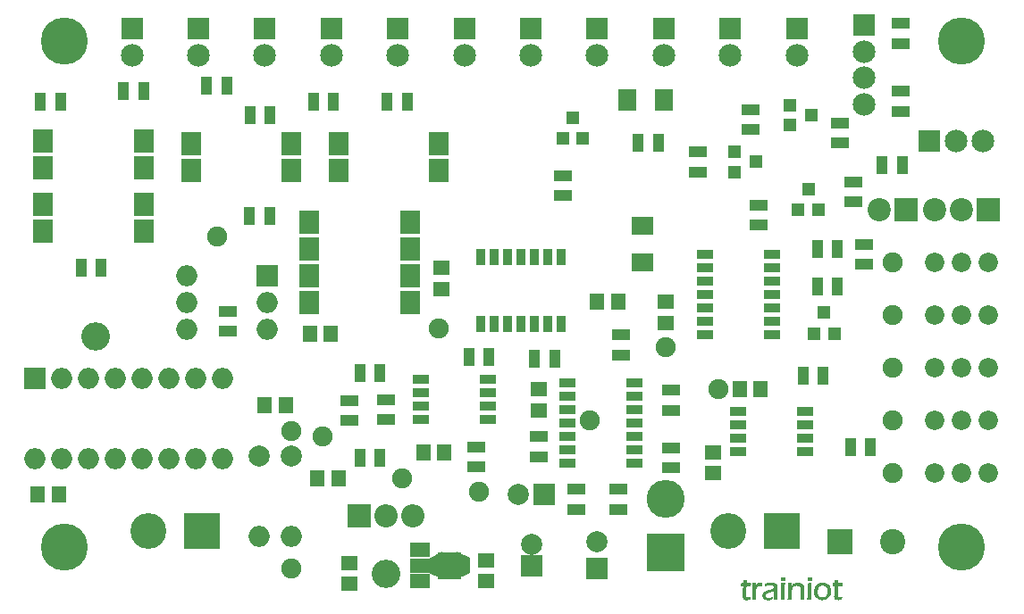
<source format=gts>
G04 #@! TF.FileFunction,Soldermask,Top*
%FSLAX46Y46*%
G04 Gerber Fmt 4.6, Leading zero omitted, Abs format (unit mm)*
G04 Created by KiCad (PCBNEW 4.0.7) date 01/01/18 15:21:48*
%MOMM*%
%LPD*%
G01*
G04 APERTURE LIST*
%ADD10C,0.100000*%
%ADD11C,0.010000*%
%ADD12C,4.464000*%
%ADD13R,1.543000X0.908000*%
%ADD14O,2.700000X2.700000*%
%ADD15C,1.900000*%
%ADD16R,1.400000X1.650000*%
%ADD17R,2.000000X2.000000*%
%ADD18C,2.000000*%
%ADD19R,1.650000X1.400000*%
%ADD20R,2.400000X2.400000*%
%ADD21C,2.400000*%
%ADD22R,2.100000X1.700000*%
%ADD23R,1.700000X2.100000*%
%ADD24R,3.600000X3.600000*%
%ADD25O,3.600000X3.600000*%
%ADD26R,2.200000X2.200000*%
%ADD27C,2.200000*%
%ADD28O,2.000000X2.000000*%
%ADD29R,3.400000X3.400000*%
%ADD30C,3.400000*%
%ADD31R,2.150000X2.150000*%
%ADD32C,2.150000*%
%ADD33R,1.200000X1.300000*%
%ADD34R,1.300000X1.200000*%
%ADD35R,1.100000X1.700000*%
%ADD36R,1.700000X1.100000*%
%ADD37C,1.840000*%
%ADD38O,2.200000X2.200000*%
%ADD39R,0.908000X1.543000*%
%ADD40R,1.900000X2.180000*%
%ADD41R,1.900000X1.400000*%
%ADD42R,2.200000X1.400000*%
%ADD43R,2.240000X2.600000*%
G04 APERTURE END LIST*
D10*
D11*
G36*
X170583536Y-137251229D02*
X170579782Y-137417917D01*
X170788398Y-137417917D01*
X170860068Y-137418070D01*
X170913152Y-137418673D01*
X170950230Y-137419938D01*
X170973881Y-137422080D01*
X170986684Y-137425311D01*
X170991220Y-137429847D01*
X170990590Y-137434657D01*
X170987333Y-137453322D01*
X170985022Y-137485994D01*
X170984166Y-137524615D01*
X170984166Y-137597833D01*
X170573619Y-137597833D01*
X170567207Y-137679854D01*
X170563094Y-137738036D01*
X170558786Y-137808896D01*
X170554404Y-137889404D01*
X170550071Y-137976531D01*
X170545910Y-138067246D01*
X170542042Y-138158521D01*
X170538590Y-138247324D01*
X170535676Y-138330627D01*
X170533423Y-138405399D01*
X170531952Y-138468611D01*
X170531387Y-138517232D01*
X170531849Y-138548233D01*
X170532026Y-138551354D01*
X170536808Y-138595148D01*
X170544277Y-138634528D01*
X170552873Y-138661380D01*
X170553423Y-138662479D01*
X170588195Y-138709811D01*
X170635635Y-138741783D01*
X170696339Y-138758539D01*
X170770903Y-138760224D01*
X170859922Y-138746982D01*
X170881250Y-138742141D01*
X170921957Y-138732612D01*
X170945966Y-138728122D01*
X170957138Y-138728671D01*
X170959333Y-138734263D01*
X170957282Y-138742175D01*
X170952486Y-138762093D01*
X170945790Y-138795828D01*
X170938597Y-138836292D01*
X170938197Y-138838680D01*
X170925373Y-138915458D01*
X170872749Y-138929293D01*
X170835781Y-138936025D01*
X170784291Y-138941487D01*
X170724111Y-138945473D01*
X170661076Y-138947777D01*
X170601018Y-138948194D01*
X170549772Y-138946518D01*
X170513172Y-138942544D01*
X170510744Y-138942055D01*
X170437115Y-138917465D01*
X170374216Y-138878614D01*
X170325115Y-138827982D01*
X170292879Y-138768051D01*
X170291821Y-138765019D01*
X170285315Y-138739980D01*
X170280476Y-138706874D01*
X170277315Y-138664123D01*
X170275842Y-138610149D01*
X170276068Y-138543374D01*
X170278002Y-138462220D01*
X170281654Y-138365108D01*
X170287036Y-138250461D01*
X170294156Y-138116700D01*
X170296250Y-138079375D01*
X170301203Y-137990288D01*
X170305746Y-137905671D01*
X170309734Y-137828414D01*
X170313024Y-137761407D01*
X170315475Y-137707540D01*
X170316942Y-137669705D01*
X170317311Y-137653396D01*
X170317416Y-137597833D01*
X170126916Y-137597833D01*
X170126916Y-137524615D01*
X170127282Y-137477059D01*
X170130896Y-137446258D01*
X170141530Y-137428576D01*
X170162958Y-137420378D01*
X170198953Y-137418028D01*
X170237643Y-137417917D01*
X170335522Y-137417916D01*
X170342269Y-137346479D01*
X170346027Y-137295076D01*
X170348510Y-137238933D01*
X170349091Y-137205724D01*
X170349166Y-137136407D01*
X170468229Y-137110474D01*
X170587291Y-137084542D01*
X170583536Y-137251229D01*
X170583536Y-137251229D01*
G37*
X170583536Y-137251229D02*
X170579782Y-137417917D01*
X170788398Y-137417917D01*
X170860068Y-137418070D01*
X170913152Y-137418673D01*
X170950230Y-137419938D01*
X170973881Y-137422080D01*
X170986684Y-137425311D01*
X170991220Y-137429847D01*
X170990590Y-137434657D01*
X170987333Y-137453322D01*
X170985022Y-137485994D01*
X170984166Y-137524615D01*
X170984166Y-137597833D01*
X170573619Y-137597833D01*
X170567207Y-137679854D01*
X170563094Y-137738036D01*
X170558786Y-137808896D01*
X170554404Y-137889404D01*
X170550071Y-137976531D01*
X170545910Y-138067246D01*
X170542042Y-138158521D01*
X170538590Y-138247324D01*
X170535676Y-138330627D01*
X170533423Y-138405399D01*
X170531952Y-138468611D01*
X170531387Y-138517232D01*
X170531849Y-138548233D01*
X170532026Y-138551354D01*
X170536808Y-138595148D01*
X170544277Y-138634528D01*
X170552873Y-138661380D01*
X170553423Y-138662479D01*
X170588195Y-138709811D01*
X170635635Y-138741783D01*
X170696339Y-138758539D01*
X170770903Y-138760224D01*
X170859922Y-138746982D01*
X170881250Y-138742141D01*
X170921957Y-138732612D01*
X170945966Y-138728122D01*
X170957138Y-138728671D01*
X170959333Y-138734263D01*
X170957282Y-138742175D01*
X170952486Y-138762093D01*
X170945790Y-138795828D01*
X170938597Y-138836292D01*
X170938197Y-138838680D01*
X170925373Y-138915458D01*
X170872749Y-138929293D01*
X170835781Y-138936025D01*
X170784291Y-138941487D01*
X170724111Y-138945473D01*
X170661076Y-138947777D01*
X170601018Y-138948194D01*
X170549772Y-138946518D01*
X170513172Y-138942544D01*
X170510744Y-138942055D01*
X170437115Y-138917465D01*
X170374216Y-138878614D01*
X170325115Y-138827982D01*
X170292879Y-138768051D01*
X170291821Y-138765019D01*
X170285315Y-138739980D01*
X170280476Y-138706874D01*
X170277315Y-138664123D01*
X170275842Y-138610149D01*
X170276068Y-138543374D01*
X170278002Y-138462220D01*
X170281654Y-138365108D01*
X170287036Y-138250461D01*
X170294156Y-138116700D01*
X170296250Y-138079375D01*
X170301203Y-137990288D01*
X170305746Y-137905671D01*
X170309734Y-137828414D01*
X170313024Y-137761407D01*
X170315475Y-137707540D01*
X170316942Y-137669705D01*
X170317311Y-137653396D01*
X170317416Y-137597833D01*
X170126916Y-137597833D01*
X170126916Y-137524615D01*
X170127282Y-137477059D01*
X170130896Y-137446258D01*
X170141530Y-137428576D01*
X170162958Y-137420378D01*
X170198953Y-137418028D01*
X170237643Y-137417917D01*
X170335522Y-137417916D01*
X170342269Y-137346479D01*
X170346027Y-137295076D01*
X170348510Y-137238933D01*
X170349091Y-137205724D01*
X170349166Y-137136407D01*
X170468229Y-137110474D01*
X170587291Y-137084542D01*
X170583536Y-137251229D01*
G36*
X172976040Y-137382651D02*
X173067380Y-137388110D01*
X173149537Y-137397888D01*
X173202426Y-137408145D01*
X173275227Y-137431654D01*
X173343640Y-137464755D01*
X173401159Y-137503972D01*
X173426867Y-137528044D01*
X173448152Y-137553375D01*
X173465727Y-137580348D01*
X173479772Y-137610935D01*
X173490462Y-137647108D01*
X173497976Y-137690838D01*
X173502492Y-137744097D01*
X173504185Y-137808858D01*
X173503234Y-137887091D01*
X173499817Y-137980768D01*
X173494110Y-138091862D01*
X173487541Y-138202280D01*
X173482325Y-138292433D01*
X173477059Y-138393975D01*
X173472126Y-138498773D01*
X173467910Y-138598690D01*
X173464803Y-138685271D01*
X173457397Y-138920750D01*
X173326740Y-138920750D01*
X173275155Y-138921291D01*
X173238585Y-138920878D01*
X173214805Y-138916457D01*
X173201590Y-138904973D01*
X173196714Y-138883372D01*
X173197952Y-138848600D01*
X173203078Y-138797603D01*
X173207212Y-138756708D01*
X173210161Y-138721152D01*
X173213651Y-138671517D01*
X173217529Y-138610771D01*
X173221642Y-138541879D01*
X173225835Y-138467807D01*
X173229956Y-138391522D01*
X173233851Y-138315990D01*
X173237366Y-138244177D01*
X173240348Y-138179049D01*
X173242645Y-138123573D01*
X173244101Y-138080714D01*
X173244565Y-138053440D01*
X173244042Y-138044697D01*
X173234654Y-138048581D01*
X173212772Y-138061602D01*
X173185844Y-138079143D01*
X173142345Y-138103165D01*
X173082794Y-138128311D01*
X173012067Y-138152539D01*
X173007091Y-138154067D01*
X172898469Y-138187336D01*
X172808018Y-138215538D01*
X172733592Y-138239537D01*
X172673042Y-138260195D01*
X172624221Y-138278375D01*
X172584982Y-138294939D01*
X172553177Y-138310752D01*
X172526658Y-138326674D01*
X172503277Y-138343570D01*
X172480888Y-138362302D01*
X172474408Y-138368081D01*
X172428605Y-138421726D01*
X172400942Y-138481158D01*
X172390579Y-138543158D01*
X172396677Y-138604505D01*
X172418396Y-138661978D01*
X172454898Y-138712359D01*
X172505344Y-138752426D01*
X172568895Y-138778960D01*
X172582315Y-138782192D01*
X172644609Y-138790778D01*
X172719631Y-138793779D01*
X172799752Y-138791405D01*
X172877344Y-138783866D01*
X172940990Y-138772298D01*
X172981280Y-138763033D01*
X173012776Y-138756532D01*
X173030593Y-138753773D01*
X173032804Y-138753943D01*
X173032330Y-138765707D01*
X173026535Y-138791461D01*
X173017218Y-138825264D01*
X173006179Y-138861174D01*
X172995218Y-138893250D01*
X172986136Y-138915549D01*
X172981833Y-138922178D01*
X172957092Y-138930889D01*
X172915265Y-138938107D01*
X172860390Y-138943704D01*
X172796502Y-138947551D01*
X172727640Y-138949520D01*
X172657840Y-138949484D01*
X172591139Y-138947314D01*
X172531573Y-138942882D01*
X172492291Y-138937709D01*
X172395121Y-138912698D01*
X172312917Y-138873254D01*
X172246158Y-138819827D01*
X172195324Y-138752863D01*
X172160894Y-138672814D01*
X172147724Y-138615140D01*
X172143226Y-138524586D01*
X172159103Y-138438684D01*
X172194795Y-138358995D01*
X172249737Y-138287075D01*
X172275059Y-138262542D01*
X172318149Y-138227989D01*
X172368369Y-138195880D01*
X172427793Y-138165396D01*
X172498494Y-138135720D01*
X172582547Y-138106030D01*
X172682024Y-138075509D01*
X172799001Y-138043337D01*
X172887425Y-138020643D01*
X172991517Y-137991324D01*
X173075813Y-137960170D01*
X173141663Y-137926258D01*
X173190416Y-137888662D01*
X173223425Y-137846456D01*
X173242038Y-137798715D01*
X173246108Y-137774908D01*
X173244250Y-137712958D01*
X173223140Y-137659269D01*
X173185347Y-137614829D01*
X173147671Y-137586336D01*
X173104456Y-137565494D01*
X173052149Y-137551436D01*
X172987196Y-137543298D01*
X172906044Y-137540214D01*
X172878583Y-137540144D01*
X172722366Y-137549267D01*
X172572921Y-137576203D01*
X172429742Y-137619956D01*
X172391418Y-137633581D01*
X172361757Y-137643442D01*
X172345463Y-137648002D01*
X172343761Y-137648034D01*
X172343467Y-137635603D01*
X172346638Y-137608459D01*
X172352212Y-137572566D01*
X172359129Y-137533888D01*
X172366325Y-137498389D01*
X172372739Y-137472032D01*
X172377070Y-137460955D01*
X172393270Y-137453950D01*
X172426611Y-137444952D01*
X172473236Y-137434656D01*
X172529290Y-137423757D01*
X172590918Y-137412950D01*
X172654264Y-137402930D01*
X172715474Y-137394394D01*
X172770691Y-137388035D01*
X172792156Y-137386102D01*
X172882104Y-137381863D01*
X172976040Y-137382651D01*
X172976040Y-137382651D01*
G37*
X172976040Y-137382651D02*
X173067380Y-137388110D01*
X173149537Y-137397888D01*
X173202426Y-137408145D01*
X173275227Y-137431654D01*
X173343640Y-137464755D01*
X173401159Y-137503972D01*
X173426867Y-137528044D01*
X173448152Y-137553375D01*
X173465727Y-137580348D01*
X173479772Y-137610935D01*
X173490462Y-137647108D01*
X173497976Y-137690838D01*
X173502492Y-137744097D01*
X173504185Y-137808858D01*
X173503234Y-137887091D01*
X173499817Y-137980768D01*
X173494110Y-138091862D01*
X173487541Y-138202280D01*
X173482325Y-138292433D01*
X173477059Y-138393975D01*
X173472126Y-138498773D01*
X173467910Y-138598690D01*
X173464803Y-138685271D01*
X173457397Y-138920750D01*
X173326740Y-138920750D01*
X173275155Y-138921291D01*
X173238585Y-138920878D01*
X173214805Y-138916457D01*
X173201590Y-138904973D01*
X173196714Y-138883372D01*
X173197952Y-138848600D01*
X173203078Y-138797603D01*
X173207212Y-138756708D01*
X173210161Y-138721152D01*
X173213651Y-138671517D01*
X173217529Y-138610771D01*
X173221642Y-138541879D01*
X173225835Y-138467807D01*
X173229956Y-138391522D01*
X173233851Y-138315990D01*
X173237366Y-138244177D01*
X173240348Y-138179049D01*
X173242645Y-138123573D01*
X173244101Y-138080714D01*
X173244565Y-138053440D01*
X173244042Y-138044697D01*
X173234654Y-138048581D01*
X173212772Y-138061602D01*
X173185844Y-138079143D01*
X173142345Y-138103165D01*
X173082794Y-138128311D01*
X173012067Y-138152539D01*
X173007091Y-138154067D01*
X172898469Y-138187336D01*
X172808018Y-138215538D01*
X172733592Y-138239537D01*
X172673042Y-138260195D01*
X172624221Y-138278375D01*
X172584982Y-138294939D01*
X172553177Y-138310752D01*
X172526658Y-138326674D01*
X172503277Y-138343570D01*
X172480888Y-138362302D01*
X172474408Y-138368081D01*
X172428605Y-138421726D01*
X172400942Y-138481158D01*
X172390579Y-138543158D01*
X172396677Y-138604505D01*
X172418396Y-138661978D01*
X172454898Y-138712359D01*
X172505344Y-138752426D01*
X172568895Y-138778960D01*
X172582315Y-138782192D01*
X172644609Y-138790778D01*
X172719631Y-138793779D01*
X172799752Y-138791405D01*
X172877344Y-138783866D01*
X172940990Y-138772298D01*
X172981280Y-138763033D01*
X173012776Y-138756532D01*
X173030593Y-138753773D01*
X173032804Y-138753943D01*
X173032330Y-138765707D01*
X173026535Y-138791461D01*
X173017218Y-138825264D01*
X173006179Y-138861174D01*
X172995218Y-138893250D01*
X172986136Y-138915549D01*
X172981833Y-138922178D01*
X172957092Y-138930889D01*
X172915265Y-138938107D01*
X172860390Y-138943704D01*
X172796502Y-138947551D01*
X172727640Y-138949520D01*
X172657840Y-138949484D01*
X172591139Y-138947314D01*
X172531573Y-138942882D01*
X172492291Y-138937709D01*
X172395121Y-138912698D01*
X172312917Y-138873254D01*
X172246158Y-138819827D01*
X172195324Y-138752863D01*
X172160894Y-138672814D01*
X172147724Y-138615140D01*
X172143226Y-138524586D01*
X172159103Y-138438684D01*
X172194795Y-138358995D01*
X172249737Y-138287075D01*
X172275059Y-138262542D01*
X172318149Y-138227989D01*
X172368369Y-138195880D01*
X172427793Y-138165396D01*
X172498494Y-138135720D01*
X172582547Y-138106030D01*
X172682024Y-138075509D01*
X172799001Y-138043337D01*
X172887425Y-138020643D01*
X172991517Y-137991324D01*
X173075813Y-137960170D01*
X173141663Y-137926258D01*
X173190416Y-137888662D01*
X173223425Y-137846456D01*
X173242038Y-137798715D01*
X173246108Y-137774908D01*
X173244250Y-137712958D01*
X173223140Y-137659269D01*
X173185347Y-137614829D01*
X173147671Y-137586336D01*
X173104456Y-137565494D01*
X173052149Y-137551436D01*
X172987196Y-137543298D01*
X172906044Y-137540214D01*
X172878583Y-137540144D01*
X172722366Y-137549267D01*
X172572921Y-137576203D01*
X172429742Y-137619956D01*
X172391418Y-137633581D01*
X172361757Y-137643442D01*
X172345463Y-137648002D01*
X172343761Y-137648034D01*
X172343467Y-137635603D01*
X172346638Y-137608459D01*
X172352212Y-137572566D01*
X172359129Y-137533888D01*
X172366325Y-137498389D01*
X172372739Y-137472032D01*
X172377070Y-137460955D01*
X172393270Y-137453950D01*
X172426611Y-137444952D01*
X172473236Y-137434656D01*
X172529290Y-137423757D01*
X172590918Y-137412950D01*
X172654264Y-137402930D01*
X172715474Y-137394394D01*
X172770691Y-137388035D01*
X172792156Y-137386102D01*
X172882104Y-137381863D01*
X172976040Y-137382651D01*
G36*
X177938392Y-137386850D02*
X178055357Y-137406838D01*
X178156531Y-137437182D01*
X178245362Y-137479415D01*
X178325298Y-137535073D01*
X178376869Y-137581903D01*
X178450716Y-137670393D01*
X178507843Y-137771781D01*
X178546066Y-137878292D01*
X178557915Y-137937580D01*
X178565908Y-138011147D01*
X178569878Y-138092428D01*
X178569660Y-138174859D01*
X178565090Y-138251877D01*
X178556968Y-138311948D01*
X178523035Y-138445075D01*
X178474262Y-138563811D01*
X178411041Y-138667705D01*
X178333765Y-138756308D01*
X178242825Y-138829169D01*
X178138615Y-138885838D01*
X178022083Y-138925722D01*
X177954234Y-138938372D01*
X177873053Y-138946110D01*
X177785823Y-138948829D01*
X177699825Y-138946421D01*
X177622341Y-138938778D01*
X177585492Y-138932194D01*
X177465803Y-138896315D01*
X177359483Y-138844215D01*
X177267007Y-138776461D01*
X177188850Y-138693617D01*
X177125486Y-138596251D01*
X177077391Y-138484926D01*
X177045040Y-138360209D01*
X177032849Y-138273954D01*
X177032752Y-138270383D01*
X177295011Y-138270383D01*
X177308795Y-138378172D01*
X177337083Y-138473280D01*
X177380301Y-138557456D01*
X177402990Y-138589947D01*
X177467228Y-138657744D01*
X177544043Y-138709932D01*
X177631044Y-138745868D01*
X177725840Y-138764912D01*
X177826043Y-138766421D01*
X177929261Y-138749753D01*
X177963087Y-138740307D01*
X178051507Y-138702453D01*
X178127829Y-138647529D01*
X178191726Y-138576057D01*
X178242869Y-138488560D01*
X178280930Y-138385561D01*
X178305582Y-138267581D01*
X178314423Y-138180565D01*
X178314375Y-138064316D01*
X178299664Y-137954638D01*
X178271044Y-137854732D01*
X178229265Y-137767798D01*
X178210824Y-137739841D01*
X178156274Y-137681280D01*
X178087089Y-137634377D01*
X178006729Y-137599805D01*
X177918654Y-137578240D01*
X177826324Y-137570356D01*
X177733198Y-137576827D01*
X177642736Y-137598328D01*
X177590722Y-137618936D01*
X177507394Y-137668985D01*
X177437291Y-137735260D01*
X177380711Y-137817226D01*
X177337954Y-137914345D01*
X177309319Y-138026083D01*
X177295306Y-138148167D01*
X177295011Y-138270383D01*
X177032752Y-138270383D01*
X177030029Y-138170205D01*
X177040530Y-138061264D01*
X177063027Y-137951935D01*
X177096197Y-137847022D01*
X177138716Y-137751330D01*
X177189258Y-137669661D01*
X177204993Y-137649568D01*
X177286766Y-137567205D01*
X177382805Y-137498678D01*
X177490631Y-137444874D01*
X177607768Y-137406683D01*
X177731736Y-137384990D01*
X177860057Y-137380684D01*
X177938392Y-137386850D01*
X177938392Y-137386850D01*
G37*
X177938392Y-137386850D02*
X178055357Y-137406838D01*
X178156531Y-137437182D01*
X178245362Y-137479415D01*
X178325298Y-137535073D01*
X178376869Y-137581903D01*
X178450716Y-137670393D01*
X178507843Y-137771781D01*
X178546066Y-137878292D01*
X178557915Y-137937580D01*
X178565908Y-138011147D01*
X178569878Y-138092428D01*
X178569660Y-138174859D01*
X178565090Y-138251877D01*
X178556968Y-138311948D01*
X178523035Y-138445075D01*
X178474262Y-138563811D01*
X178411041Y-138667705D01*
X178333765Y-138756308D01*
X178242825Y-138829169D01*
X178138615Y-138885838D01*
X178022083Y-138925722D01*
X177954234Y-138938372D01*
X177873053Y-138946110D01*
X177785823Y-138948829D01*
X177699825Y-138946421D01*
X177622341Y-138938778D01*
X177585492Y-138932194D01*
X177465803Y-138896315D01*
X177359483Y-138844215D01*
X177267007Y-138776461D01*
X177188850Y-138693617D01*
X177125486Y-138596251D01*
X177077391Y-138484926D01*
X177045040Y-138360209D01*
X177032849Y-138273954D01*
X177032752Y-138270383D01*
X177295011Y-138270383D01*
X177308795Y-138378172D01*
X177337083Y-138473280D01*
X177380301Y-138557456D01*
X177402990Y-138589947D01*
X177467228Y-138657744D01*
X177544043Y-138709932D01*
X177631044Y-138745868D01*
X177725840Y-138764912D01*
X177826043Y-138766421D01*
X177929261Y-138749753D01*
X177963087Y-138740307D01*
X178051507Y-138702453D01*
X178127829Y-138647529D01*
X178191726Y-138576057D01*
X178242869Y-138488560D01*
X178280930Y-138385561D01*
X178305582Y-138267581D01*
X178314423Y-138180565D01*
X178314375Y-138064316D01*
X178299664Y-137954638D01*
X178271044Y-137854732D01*
X178229265Y-137767798D01*
X178210824Y-137739841D01*
X178156274Y-137681280D01*
X178087089Y-137634377D01*
X178006729Y-137599805D01*
X177918654Y-137578240D01*
X177826324Y-137570356D01*
X177733198Y-137576827D01*
X177642736Y-137598328D01*
X177590722Y-137618936D01*
X177507394Y-137668985D01*
X177437291Y-137735260D01*
X177380711Y-137817226D01*
X177337954Y-137914345D01*
X177309319Y-138026083D01*
X177295306Y-138148167D01*
X177295011Y-138270383D01*
X177032752Y-138270383D01*
X177030029Y-138170205D01*
X177040530Y-138061264D01*
X177063027Y-137951935D01*
X177096197Y-137847022D01*
X177138716Y-137751330D01*
X177189258Y-137669661D01*
X177204993Y-137649568D01*
X177286766Y-137567205D01*
X177382805Y-137498678D01*
X177490631Y-137444874D01*
X177607768Y-137406683D01*
X177731736Y-137384990D01*
X177860057Y-137380684D01*
X177938392Y-137386850D01*
G36*
X179248649Y-137088511D02*
X179252260Y-137097230D01*
X179254038Y-137115885D01*
X179254296Y-137147389D01*
X179253344Y-137194657D01*
X179251811Y-137249543D01*
X179246958Y-137417917D01*
X179455963Y-137417916D01*
X179664968Y-137417916D01*
X179658587Y-137441729D01*
X179655135Y-137464955D01*
X179652759Y-137500612D01*
X179652061Y-137531687D01*
X179651916Y-137597833D01*
X179242203Y-137597833D01*
X179235713Y-137690437D01*
X179233685Y-137723002D01*
X179230864Y-137773527D01*
X179227414Y-137838825D01*
X179223498Y-137915712D01*
X179219279Y-138001002D01*
X179214919Y-138091509D01*
X179211508Y-138164042D01*
X179206461Y-138277411D01*
X179202889Y-138371760D01*
X179200914Y-138449191D01*
X179200654Y-138511807D01*
X179202228Y-138561712D01*
X179205756Y-138601007D01*
X179211358Y-138631795D01*
X179219153Y-138656180D01*
X179229259Y-138676264D01*
X179241597Y-138693895D01*
X179283891Y-138730743D01*
X179340873Y-138752924D01*
X179411868Y-138760332D01*
X179496202Y-138752862D01*
X179549360Y-138742056D01*
X179591786Y-138732668D01*
X179616682Y-138729293D01*
X179626751Y-138731717D01*
X179626778Y-138735917D01*
X179622786Y-138752329D01*
X179616888Y-138783631D01*
X179610207Y-138823764D01*
X179608613Y-138834026D01*
X179595683Y-138918494D01*
X179536487Y-138931171D01*
X179486724Y-138939055D01*
X179425554Y-138944606D01*
X179358876Y-138947715D01*
X179292592Y-138948275D01*
X179232599Y-138946177D01*
X179184798Y-138941315D01*
X179167709Y-138937915D01*
X179090777Y-138909221D01*
X179029488Y-138866270D01*
X178983846Y-138809066D01*
X178981276Y-138804597D01*
X178965444Y-138774145D01*
X178955312Y-138746507D01*
X178949305Y-138714828D01*
X178945850Y-138672256D01*
X178944590Y-138644802D01*
X178944415Y-138616445D01*
X178945269Y-138569854D01*
X178947023Y-138507930D01*
X178949549Y-138433574D01*
X178952717Y-138349688D01*
X178956398Y-138259172D01*
X178960462Y-138164928D01*
X178964780Y-138069857D01*
X178969224Y-137976859D01*
X178973662Y-137888836D01*
X178977967Y-137808689D01*
X178982008Y-137739319D01*
X178985658Y-137683628D01*
X178988785Y-137644515D01*
X178989486Y-137637521D01*
X178993735Y-137597833D01*
X178794666Y-137597833D01*
X178794758Y-137563437D01*
X178796120Y-137532163D01*
X178799467Y-137492245D01*
X178801524Y-137473479D01*
X178808198Y-137417917D01*
X179003385Y-137417917D01*
X179010058Y-137362354D01*
X179013369Y-137323585D01*
X179015786Y-137273974D01*
X179016817Y-137223841D01*
X179016824Y-137220792D01*
X179016916Y-137134792D01*
X179114812Y-137116043D01*
X179160348Y-137106923D01*
X179199924Y-137098275D01*
X179227528Y-137091443D01*
X179234686Y-137089232D01*
X179242895Y-137086816D01*
X179248649Y-137088511D01*
X179248649Y-137088511D01*
G37*
X179248649Y-137088511D02*
X179252260Y-137097230D01*
X179254038Y-137115885D01*
X179254296Y-137147389D01*
X179253344Y-137194657D01*
X179251811Y-137249543D01*
X179246958Y-137417917D01*
X179455963Y-137417916D01*
X179664968Y-137417916D01*
X179658587Y-137441729D01*
X179655135Y-137464955D01*
X179652759Y-137500612D01*
X179652061Y-137531687D01*
X179651916Y-137597833D01*
X179242203Y-137597833D01*
X179235713Y-137690437D01*
X179233685Y-137723002D01*
X179230864Y-137773527D01*
X179227414Y-137838825D01*
X179223498Y-137915712D01*
X179219279Y-138001002D01*
X179214919Y-138091509D01*
X179211508Y-138164042D01*
X179206461Y-138277411D01*
X179202889Y-138371760D01*
X179200914Y-138449191D01*
X179200654Y-138511807D01*
X179202228Y-138561712D01*
X179205756Y-138601007D01*
X179211358Y-138631795D01*
X179219153Y-138656180D01*
X179229259Y-138676264D01*
X179241597Y-138693895D01*
X179283891Y-138730743D01*
X179340873Y-138752924D01*
X179411868Y-138760332D01*
X179496202Y-138752862D01*
X179549360Y-138742056D01*
X179591786Y-138732668D01*
X179616682Y-138729293D01*
X179626751Y-138731717D01*
X179626778Y-138735917D01*
X179622786Y-138752329D01*
X179616888Y-138783631D01*
X179610207Y-138823764D01*
X179608613Y-138834026D01*
X179595683Y-138918494D01*
X179536487Y-138931171D01*
X179486724Y-138939055D01*
X179425554Y-138944606D01*
X179358876Y-138947715D01*
X179292592Y-138948275D01*
X179232599Y-138946177D01*
X179184798Y-138941315D01*
X179167709Y-138937915D01*
X179090777Y-138909221D01*
X179029488Y-138866270D01*
X178983846Y-138809066D01*
X178981276Y-138804597D01*
X178965444Y-138774145D01*
X178955312Y-138746507D01*
X178949305Y-138714828D01*
X178945850Y-138672256D01*
X178944590Y-138644802D01*
X178944415Y-138616445D01*
X178945269Y-138569854D01*
X178947023Y-138507930D01*
X178949549Y-138433574D01*
X178952717Y-138349688D01*
X178956398Y-138259172D01*
X178960462Y-138164928D01*
X178964780Y-138069857D01*
X178969224Y-137976859D01*
X178973662Y-137888836D01*
X178977967Y-137808689D01*
X178982008Y-137739319D01*
X178985658Y-137683628D01*
X178988785Y-137644515D01*
X178989486Y-137637521D01*
X178993735Y-137597833D01*
X178794666Y-137597833D01*
X178794758Y-137563437D01*
X178796120Y-137532163D01*
X178799467Y-137492245D01*
X178801524Y-137473479D01*
X178808198Y-137417917D01*
X179003385Y-137417917D01*
X179010058Y-137362354D01*
X179013369Y-137323585D01*
X179015786Y-137273974D01*
X179016817Y-137223841D01*
X179016824Y-137220792D01*
X179016916Y-137134792D01*
X179114812Y-137116043D01*
X179160348Y-137106923D01*
X179199924Y-137098275D01*
X179227528Y-137091443D01*
X179234686Y-137089232D01*
X179242895Y-137086816D01*
X179248649Y-137088511D01*
G36*
X171986744Y-137383640D02*
X172018036Y-137387356D01*
X172032263Y-137392864D01*
X172037448Y-137407426D01*
X172042774Y-137437963D01*
X172047453Y-137479300D01*
X172049580Y-137506494D01*
X172056352Y-137609579D01*
X171999155Y-137601060D01*
X171957793Y-137596856D01*
X171907150Y-137594406D01*
X171864321Y-137594181D01*
X171778902Y-137606085D01*
X171700699Y-137637772D01*
X171630593Y-137688829D01*
X171603060Y-137716742D01*
X171572700Y-137752819D01*
X171546600Y-137789781D01*
X171524403Y-137829528D01*
X171505755Y-137873960D01*
X171490299Y-137924978D01*
X171477679Y-137984482D01*
X171467541Y-138054373D01*
X171459528Y-138136552D01*
X171453284Y-138232918D01*
X171448454Y-138345373D01*
X171444682Y-138475816D01*
X171442572Y-138574146D01*
X171435877Y-138920750D01*
X171172766Y-138920750D01*
X171179360Y-138833437D01*
X171185821Y-138739123D01*
X171192340Y-138627708D01*
X171198743Y-138503256D01*
X171204859Y-138369831D01*
X171210515Y-138231497D01*
X171215539Y-138092319D01*
X171219758Y-137956361D01*
X171223001Y-137827686D01*
X171223912Y-137783042D01*
X171230941Y-137412625D01*
X171480801Y-137412625D01*
X171475414Y-137529042D01*
X171473202Y-137579571D01*
X171472463Y-137611785D01*
X171473623Y-137628507D01*
X171477109Y-137632564D01*
X171483349Y-137626778D01*
X171489034Y-137619147D01*
X171548110Y-137544153D01*
X171605382Y-137486690D01*
X171664542Y-137443851D01*
X171729282Y-137412727D01*
X171767333Y-137399924D01*
X171802231Y-137392481D01*
X171846834Y-137386992D01*
X171895930Y-137383597D01*
X171944304Y-137382433D01*
X171986744Y-137383640D01*
X171986744Y-137383640D01*
G37*
X171986744Y-137383640D02*
X172018036Y-137387356D01*
X172032263Y-137392864D01*
X172037448Y-137407426D01*
X172042774Y-137437963D01*
X172047453Y-137479300D01*
X172049580Y-137506494D01*
X172056352Y-137609579D01*
X171999155Y-137601060D01*
X171957793Y-137596856D01*
X171907150Y-137594406D01*
X171864321Y-137594181D01*
X171778902Y-137606085D01*
X171700699Y-137637772D01*
X171630593Y-137688829D01*
X171603060Y-137716742D01*
X171572700Y-137752819D01*
X171546600Y-137789781D01*
X171524403Y-137829528D01*
X171505755Y-137873960D01*
X171490299Y-137924978D01*
X171477679Y-137984482D01*
X171467541Y-138054373D01*
X171459528Y-138136552D01*
X171453284Y-138232918D01*
X171448454Y-138345373D01*
X171444682Y-138475816D01*
X171442572Y-138574146D01*
X171435877Y-138920750D01*
X171172766Y-138920750D01*
X171179360Y-138833437D01*
X171185821Y-138739123D01*
X171192340Y-138627708D01*
X171198743Y-138503256D01*
X171204859Y-138369831D01*
X171210515Y-138231497D01*
X171215539Y-138092319D01*
X171219758Y-137956361D01*
X171223001Y-137827686D01*
X171223912Y-137783042D01*
X171230941Y-137412625D01*
X171480801Y-137412625D01*
X171475414Y-137529042D01*
X171473202Y-137579571D01*
X171472463Y-137611785D01*
X171473623Y-137628507D01*
X171477109Y-137632564D01*
X171483349Y-137626778D01*
X171489034Y-137619147D01*
X171548110Y-137544153D01*
X171605382Y-137486690D01*
X171664542Y-137443851D01*
X171729282Y-137412727D01*
X171767333Y-137399924D01*
X171802231Y-137392481D01*
X171846834Y-137386992D01*
X171895930Y-137383597D01*
X171944304Y-137382433D01*
X171986744Y-137383640D01*
G36*
X174207202Y-137460250D02*
X174203130Y-137499819D01*
X174198589Y-137558152D01*
X174193695Y-137632854D01*
X174188565Y-137721531D01*
X174183317Y-137821786D01*
X174178068Y-137931227D01*
X174172934Y-138047457D01*
X174168034Y-138168082D01*
X174163483Y-138290708D01*
X174159399Y-138412939D01*
X174157401Y-138478896D01*
X174144541Y-138920750D01*
X173873416Y-138920750D01*
X173873416Y-138890537D01*
X173874236Y-138868389D01*
X173876469Y-138830476D01*
X173879772Y-138782130D01*
X173883768Y-138729141D01*
X173887578Y-138674862D01*
X173891935Y-138602529D01*
X173896700Y-138515242D01*
X173901731Y-138416103D01*
X173906887Y-138308213D01*
X173912028Y-138194674D01*
X173917014Y-138078585D01*
X173921704Y-137963049D01*
X173925956Y-137851166D01*
X173929631Y-137746037D01*
X173932436Y-137656042D01*
X173939466Y-137412625D01*
X174213357Y-137412625D01*
X174207202Y-137460250D01*
X174207202Y-137460250D01*
G37*
X174207202Y-137460250D02*
X174203130Y-137499819D01*
X174198589Y-137558152D01*
X174193695Y-137632854D01*
X174188565Y-137721531D01*
X174183317Y-137821786D01*
X174178068Y-137931227D01*
X174172934Y-138047457D01*
X174168034Y-138168082D01*
X174163483Y-138290708D01*
X174159399Y-138412939D01*
X174157401Y-138478896D01*
X174144541Y-138920750D01*
X173873416Y-138920750D01*
X173873416Y-138890537D01*
X173874236Y-138868389D01*
X173876469Y-138830476D01*
X173879772Y-138782130D01*
X173883768Y-138729141D01*
X173887578Y-138674862D01*
X173891935Y-138602529D01*
X173896700Y-138515242D01*
X173901731Y-138416103D01*
X173906887Y-138308213D01*
X173912028Y-138194674D01*
X173917014Y-138078585D01*
X173921704Y-137963049D01*
X173925956Y-137851166D01*
X173929631Y-137746037D01*
X173932436Y-137656042D01*
X173939466Y-137412625D01*
X174213357Y-137412625D01*
X174207202Y-137460250D01*
G36*
X175580517Y-137388438D02*
X175686024Y-137405914D01*
X175778440Y-137433881D01*
X175808542Y-137446767D01*
X175869173Y-137483919D01*
X175925511Y-137534277D01*
X175971929Y-137591988D01*
X176001311Y-137647257D01*
X176011789Y-137681171D01*
X176019914Y-137723924D01*
X176025724Y-137777131D01*
X176029257Y-137842409D01*
X176030551Y-137921374D01*
X176029644Y-138015641D01*
X176026573Y-138126829D01*
X176021378Y-138256552D01*
X176017516Y-138338667D01*
X176013290Y-138428574D01*
X176009453Y-138517555D01*
X176006141Y-138601844D01*
X176003490Y-138677677D01*
X176001639Y-138741290D01*
X176000724Y-138788918D01*
X176000651Y-138801687D01*
X176000666Y-138920750D01*
X175736083Y-138920750D01*
X175736290Y-138891646D01*
X175736964Y-138874231D01*
X175738779Y-138838455D01*
X175741579Y-138787084D01*
X175745210Y-138722883D01*
X175749515Y-138648619D01*
X175754340Y-138567056D01*
X175757250Y-138518583D01*
X175765776Y-138368697D01*
X175772026Y-138238697D01*
X175776008Y-138127426D01*
X175777730Y-138033727D01*
X175777197Y-137956444D01*
X175774419Y-137894419D01*
X175769403Y-137846496D01*
X175762156Y-137811517D01*
X175761833Y-137810416D01*
X175736698Y-137755543D01*
X175697021Y-137702556D01*
X175648776Y-137658555D01*
X175617722Y-137639175D01*
X175547528Y-137612480D01*
X175464967Y-137595761D01*
X175376549Y-137589416D01*
X175288784Y-137593843D01*
X175208180Y-137609442D01*
X175195458Y-137613298D01*
X175119616Y-137647168D01*
X175047347Y-137696898D01*
X174983194Y-137758234D01*
X174931701Y-137826919D01*
X174900711Y-137889404D01*
X174882810Y-137944625D01*
X174867399Y-138008795D01*
X174854281Y-138083701D01*
X174843257Y-138171135D01*
X174834133Y-138272885D01*
X174826710Y-138390740D01*
X174820792Y-138526492D01*
X174816965Y-138650875D01*
X174810041Y-138915458D01*
X174538013Y-138921398D01*
X174544427Y-138860220D01*
X174550069Y-138799622D01*
X174556280Y-138720997D01*
X174562887Y-138627471D01*
X174569716Y-138522172D01*
X174576592Y-138408226D01*
X174583342Y-138288759D01*
X174589791Y-138166898D01*
X174595765Y-138045771D01*
X174601091Y-137928502D01*
X174605595Y-137818219D01*
X174609101Y-137718049D01*
X174610340Y-137675944D01*
X174617522Y-137412625D01*
X174879953Y-137412625D01*
X174872609Y-137547562D01*
X174870272Y-137598167D01*
X174869128Y-137640121D01*
X174869226Y-137669469D01*
X174870616Y-137682255D01*
X174870946Y-137682500D01*
X174879215Y-137674325D01*
X174894886Y-137653114D01*
X174910600Y-137629557D01*
X174972782Y-137551917D01*
X175050249Y-137488495D01*
X175142348Y-137439583D01*
X175248426Y-137405471D01*
X175367829Y-137386450D01*
X175466208Y-137382263D01*
X175580517Y-137388438D01*
X175580517Y-137388438D01*
G37*
X175580517Y-137388438D02*
X175686024Y-137405914D01*
X175778440Y-137433881D01*
X175808542Y-137446767D01*
X175869173Y-137483919D01*
X175925511Y-137534277D01*
X175971929Y-137591988D01*
X176001311Y-137647257D01*
X176011789Y-137681171D01*
X176019914Y-137723924D01*
X176025724Y-137777131D01*
X176029257Y-137842409D01*
X176030551Y-137921374D01*
X176029644Y-138015641D01*
X176026573Y-138126829D01*
X176021378Y-138256552D01*
X176017516Y-138338667D01*
X176013290Y-138428574D01*
X176009453Y-138517555D01*
X176006141Y-138601844D01*
X176003490Y-138677677D01*
X176001639Y-138741290D01*
X176000724Y-138788918D01*
X176000651Y-138801687D01*
X176000666Y-138920750D01*
X175736083Y-138920750D01*
X175736290Y-138891646D01*
X175736964Y-138874231D01*
X175738779Y-138838455D01*
X175741579Y-138787084D01*
X175745210Y-138722883D01*
X175749515Y-138648619D01*
X175754340Y-138567056D01*
X175757250Y-138518583D01*
X175765776Y-138368697D01*
X175772026Y-138238697D01*
X175776008Y-138127426D01*
X175777730Y-138033727D01*
X175777197Y-137956444D01*
X175774419Y-137894419D01*
X175769403Y-137846496D01*
X175762156Y-137811517D01*
X175761833Y-137810416D01*
X175736698Y-137755543D01*
X175697021Y-137702556D01*
X175648776Y-137658555D01*
X175617722Y-137639175D01*
X175547528Y-137612480D01*
X175464967Y-137595761D01*
X175376549Y-137589416D01*
X175288784Y-137593843D01*
X175208180Y-137609442D01*
X175195458Y-137613298D01*
X175119616Y-137647168D01*
X175047347Y-137696898D01*
X174983194Y-137758234D01*
X174931701Y-137826919D01*
X174900711Y-137889404D01*
X174882810Y-137944625D01*
X174867399Y-138008795D01*
X174854281Y-138083701D01*
X174843257Y-138171135D01*
X174834133Y-138272885D01*
X174826710Y-138390740D01*
X174820792Y-138526492D01*
X174816965Y-138650875D01*
X174810041Y-138915458D01*
X174538013Y-138921398D01*
X174544427Y-138860220D01*
X174550069Y-138799622D01*
X174556280Y-138720997D01*
X174562887Y-138627471D01*
X174569716Y-138522172D01*
X174576592Y-138408226D01*
X174583342Y-138288759D01*
X174589791Y-138166898D01*
X174595765Y-138045771D01*
X174601091Y-137928502D01*
X174605595Y-137818219D01*
X174609101Y-137718049D01*
X174610340Y-137675944D01*
X174617522Y-137412625D01*
X174879953Y-137412625D01*
X174872609Y-137547562D01*
X174870272Y-137598167D01*
X174869128Y-137640121D01*
X174869226Y-137669469D01*
X174870616Y-137682255D01*
X174870946Y-137682500D01*
X174879215Y-137674325D01*
X174894886Y-137653114D01*
X174910600Y-137629557D01*
X174972782Y-137551917D01*
X175050249Y-137488495D01*
X175142348Y-137439583D01*
X175248426Y-137405471D01*
X175367829Y-137386450D01*
X175466208Y-137382263D01*
X175580517Y-137388438D01*
G36*
X176726786Y-137507875D02*
X176715936Y-137674194D01*
X176706025Y-137848543D01*
X176697248Y-138026246D01*
X176689797Y-138202626D01*
X176683866Y-138373009D01*
X176679650Y-138532719D01*
X176677342Y-138677079D01*
X176677109Y-138706437D01*
X176675763Y-138920750D01*
X176391520Y-138920750D01*
X176397170Y-138870479D01*
X176401331Y-138826195D01*
X176406051Y-138763479D01*
X176411199Y-138685055D01*
X176416644Y-138593647D01*
X176422256Y-138491978D01*
X176427906Y-138382772D01*
X176433461Y-138268752D01*
X176438793Y-138152643D01*
X176443771Y-138037167D01*
X176448264Y-137925049D01*
X176452142Y-137819012D01*
X176455275Y-137721781D01*
X176457532Y-137636077D01*
X176458422Y-137590748D01*
X176459663Y-137534655D01*
X176461348Y-137486405D01*
X176463296Y-137449793D01*
X176465326Y-137428617D01*
X176466333Y-137424985D01*
X176478353Y-137422718D01*
X176507288Y-137420331D01*
X176548891Y-137418099D01*
X176598915Y-137416297D01*
X176602540Y-137416196D01*
X176733455Y-137412625D01*
X176726786Y-137507875D01*
X176726786Y-137507875D01*
G37*
X176726786Y-137507875D02*
X176715936Y-137674194D01*
X176706025Y-137848543D01*
X176697248Y-138026246D01*
X176689797Y-138202626D01*
X176683866Y-138373009D01*
X176679650Y-138532719D01*
X176677342Y-138677079D01*
X176677109Y-138706437D01*
X176675763Y-138920750D01*
X176391520Y-138920750D01*
X176397170Y-138870479D01*
X176401331Y-138826195D01*
X176406051Y-138763479D01*
X176411199Y-138685055D01*
X176416644Y-138593647D01*
X176422256Y-138491978D01*
X176427906Y-138382772D01*
X176433461Y-138268752D01*
X176438793Y-138152643D01*
X176443771Y-138037167D01*
X176448264Y-137925049D01*
X176452142Y-137819012D01*
X176455275Y-137721781D01*
X176457532Y-137636077D01*
X176458422Y-137590748D01*
X176459663Y-137534655D01*
X176461348Y-137486405D01*
X176463296Y-137449793D01*
X176465326Y-137428617D01*
X176466333Y-137424985D01*
X176478353Y-137422718D01*
X176507288Y-137420331D01*
X176548891Y-137418099D01*
X176598915Y-137416297D01*
X176602540Y-137416196D01*
X176733455Y-137412625D01*
X176726786Y-137507875D01*
G36*
X174229465Y-136943219D02*
X174225690Y-136986256D01*
X174223221Y-137027656D01*
X174222666Y-137049052D01*
X174222666Y-137089833D01*
X173933901Y-137089833D01*
X173940700Y-137024781D01*
X173944476Y-136981743D01*
X173946945Y-136940344D01*
X173947500Y-136918947D01*
X173947500Y-136878167D01*
X174236265Y-136878167D01*
X174229465Y-136943219D01*
X174229465Y-136943219D01*
G37*
X174229465Y-136943219D02*
X174225690Y-136986256D01*
X174223221Y-137027656D01*
X174222666Y-137049052D01*
X174222666Y-137089833D01*
X173933901Y-137089833D01*
X173940700Y-137024781D01*
X173944476Y-136981743D01*
X173946945Y-136940344D01*
X173947500Y-136918947D01*
X173947500Y-136878167D01*
X174236265Y-136878167D01*
X174229465Y-136943219D01*
G36*
X176752083Y-137089833D02*
X176466333Y-137089833D01*
X176466333Y-136878167D01*
X176752083Y-136878167D01*
X176752083Y-137089833D01*
X176752083Y-137089833D01*
G37*
X176752083Y-137089833D02*
X176466333Y-137089833D01*
X176466333Y-136878167D01*
X176752083Y-136878167D01*
X176752083Y-137089833D01*
D12*
X106000000Y-86000000D03*
X191000000Y-86000000D03*
D13*
X173052000Y-113810000D03*
X173052000Y-112540000D03*
X173052000Y-111270000D03*
X173052000Y-110000000D03*
X173052000Y-108730000D03*
X173052000Y-107460000D03*
X173052000Y-106190000D03*
X166702000Y-106190000D03*
X166702000Y-107460000D03*
X166702000Y-110000000D03*
X166702000Y-111270000D03*
X166702000Y-112540000D03*
X166702000Y-113810000D03*
X166702000Y-108730000D03*
D14*
X109000000Y-114000000D03*
D12*
X191000000Y-134000000D03*
D15*
X127500000Y-136000000D03*
D16*
X129250000Y-113750000D03*
X131250000Y-113750000D03*
X158500000Y-110750000D03*
X156500000Y-110750000D03*
D17*
X150250000Y-135750000D03*
D18*
X150250000Y-133750000D03*
D19*
X146000000Y-135250000D03*
X146000000Y-137250000D03*
X133000000Y-137500000D03*
X133000000Y-135500000D03*
D16*
X103500000Y-129000000D03*
X105500000Y-129000000D03*
X125000000Y-120500000D03*
X127000000Y-120500000D03*
D19*
X151000000Y-121000000D03*
X151000000Y-119000000D03*
D17*
X151500000Y-129000000D03*
D18*
X149000000Y-129000000D03*
D16*
X140000000Y-125000000D03*
X142000000Y-125000000D03*
X170000000Y-119000000D03*
X172000000Y-119000000D03*
D19*
X167500000Y-125000000D03*
X167500000Y-127000000D03*
D20*
X179500000Y-133500000D03*
D21*
X184500000Y-133500000D03*
D16*
X132000000Y-127500000D03*
X130000000Y-127500000D03*
D19*
X141750000Y-107500000D03*
X141750000Y-109500000D03*
D22*
X160750000Y-103500000D03*
X160750000Y-107000000D03*
D23*
X162850000Y-91550000D03*
X159350000Y-91550000D03*
D24*
X163000000Y-134500000D03*
D25*
X163000000Y-129420000D03*
D26*
X193540000Y-102000000D03*
D27*
X191000000Y-102000000D03*
X188460000Y-102000000D03*
D26*
X185790000Y-102000000D03*
D27*
X183250000Y-102000000D03*
D17*
X103220000Y-118000000D03*
D28*
X121000000Y-125620000D03*
X105760000Y-118000000D03*
X118460000Y-125620000D03*
X108300000Y-118000000D03*
X115920000Y-125620000D03*
X110840000Y-118000000D03*
X113380000Y-125620000D03*
X113380000Y-118000000D03*
X110840000Y-125620000D03*
X115920000Y-118000000D03*
X108300000Y-125620000D03*
X118460000Y-118000000D03*
X105760000Y-125620000D03*
X121000000Y-118000000D03*
X103220000Y-125620000D03*
D29*
X119080000Y-132500000D03*
D30*
X114000000Y-132500000D03*
D29*
X174000000Y-132500000D03*
D30*
X168920000Y-132500000D03*
D31*
X188000000Y-95500000D03*
D32*
X190500000Y-95500000D03*
X193000000Y-95500000D03*
D31*
X181750000Y-84500000D03*
D32*
X181750000Y-87000000D03*
X181750000Y-89500000D03*
X181750000Y-92000000D03*
D31*
X162800000Y-84800000D03*
D32*
X162800000Y-87300000D03*
D31*
X169100000Y-84800000D03*
D32*
X169100000Y-87300000D03*
D31*
X112400000Y-84800000D03*
D32*
X112400000Y-87300000D03*
D31*
X118700000Y-84800000D03*
D32*
X118700000Y-87300000D03*
D31*
X175400000Y-84800000D03*
D32*
X175400000Y-87300000D03*
D31*
X137600000Y-84800000D03*
D32*
X137600000Y-87300000D03*
D31*
X143900000Y-84800000D03*
D32*
X143900000Y-87300000D03*
D31*
X131300000Y-84800000D03*
D32*
X131300000Y-87300000D03*
D31*
X125000000Y-84800000D03*
D32*
X125000000Y-87300000D03*
D31*
X150200000Y-84800000D03*
D32*
X150200000Y-87300000D03*
D31*
X156500000Y-84800000D03*
D32*
X156500000Y-87300000D03*
D33*
X177050000Y-113750000D03*
X178950000Y-113750000D03*
X178000000Y-111750000D03*
D34*
X169500000Y-96500000D03*
X169500000Y-98400000D03*
X171500000Y-97450000D03*
D33*
X153250000Y-95250000D03*
X155150000Y-95250000D03*
X154200000Y-93250000D03*
D34*
X174750000Y-92050000D03*
X174750000Y-93950000D03*
X176750000Y-93000000D03*
D33*
X175550000Y-102000000D03*
X177450000Y-102000000D03*
X176500000Y-100000000D03*
D35*
X160400000Y-95600000D03*
X162300000Y-95600000D03*
X123550000Y-102550000D03*
X125450000Y-102550000D03*
D36*
X158750000Y-113850000D03*
X158750000Y-115750000D03*
X154500000Y-130400000D03*
X154500000Y-128500000D03*
X151000000Y-125400000D03*
X151000000Y-123500000D03*
D35*
X144350000Y-116000000D03*
X146250000Y-116000000D03*
D36*
X163500000Y-126500000D03*
X163500000Y-124600000D03*
D35*
X180500000Y-124500000D03*
X182400000Y-124500000D03*
X134000000Y-125500000D03*
X135900000Y-125500000D03*
X135900000Y-117500000D03*
X134000000Y-117500000D03*
D36*
X136500000Y-121900000D03*
X136500000Y-120000000D03*
X133000000Y-122000000D03*
X133000000Y-120100000D03*
X145000000Y-126400000D03*
X145000000Y-124500000D03*
X158500000Y-130400000D03*
X158500000Y-128500000D03*
X163500000Y-119100000D03*
X163500000Y-121000000D03*
D35*
X176000000Y-117750000D03*
X177900000Y-117750000D03*
X111600000Y-90750000D03*
X113500000Y-90750000D03*
X105650000Y-91750000D03*
X103750000Y-91750000D03*
D36*
X166000000Y-96500000D03*
X166000000Y-98400000D03*
D35*
X179250000Y-105750000D03*
X177350000Y-105750000D03*
D36*
X181750000Y-105250000D03*
X181750000Y-107150000D03*
D35*
X185400000Y-97750000D03*
X183500000Y-97750000D03*
X177350000Y-109250000D03*
X179250000Y-109250000D03*
X123600000Y-93050000D03*
X125500000Y-93050000D03*
X131500000Y-91750000D03*
X129600000Y-91750000D03*
D36*
X153250000Y-98750000D03*
X153250000Y-100650000D03*
D35*
X121400000Y-90250000D03*
X119500000Y-90250000D03*
X109500000Y-107500000D03*
X107600000Y-107500000D03*
D36*
X171000000Y-94400000D03*
X171000000Y-92500000D03*
X185250000Y-86200000D03*
X185250000Y-84300000D03*
X179500000Y-93750000D03*
X179500000Y-95650000D03*
D35*
X150550000Y-116150000D03*
X152450000Y-116150000D03*
D36*
X121500000Y-113500000D03*
X121500000Y-111600000D03*
X185250000Y-92650000D03*
X185250000Y-90750000D03*
X171750000Y-101550000D03*
X171750000Y-103450000D03*
D35*
X138500000Y-91750000D03*
X136600000Y-91750000D03*
D36*
X180750000Y-101250000D03*
X180750000Y-99350000D03*
D37*
X193540000Y-122000000D03*
X191000000Y-122000000D03*
X188460000Y-122000000D03*
X193540000Y-127000000D03*
X191000000Y-127000000D03*
X188460000Y-127000000D03*
X193540000Y-117000000D03*
X191000000Y-117000000D03*
X188460000Y-117000000D03*
X193540000Y-112000000D03*
X191000000Y-112000000D03*
X188460000Y-112000000D03*
X193540000Y-107000000D03*
X191000000Y-107000000D03*
X188460000Y-107000000D03*
D17*
X125250000Y-108250000D03*
D28*
X117630000Y-113330000D03*
X125250000Y-110790000D03*
X117630000Y-110790000D03*
X125250000Y-113330000D03*
X117630000Y-108250000D03*
D15*
X120500000Y-104500000D03*
X141500000Y-113250000D03*
X145250000Y-128750000D03*
X138000000Y-127500000D03*
X184500000Y-122000000D03*
X130500000Y-123500000D03*
X127500000Y-123000000D03*
X184500000Y-117000000D03*
X163000000Y-115000000D03*
X168000000Y-119000000D03*
X184500000Y-112000000D03*
X184500000Y-107000000D03*
X155750000Y-122000000D03*
D13*
X153650000Y-118380000D03*
X153650000Y-119650000D03*
X153650000Y-120920000D03*
X153650000Y-122190000D03*
X153650000Y-123460000D03*
X153650000Y-124730000D03*
X153650000Y-126000000D03*
X160000000Y-126000000D03*
X160000000Y-124730000D03*
X160000000Y-122190000D03*
X160000000Y-120920000D03*
X160000000Y-119650000D03*
X160000000Y-118380000D03*
X160000000Y-123460000D03*
D26*
X133960000Y-131000000D03*
D38*
X136500000Y-131000000D03*
X139040000Y-131000000D03*
D14*
X136500000Y-136500000D03*
D13*
X139825000Y-121905000D03*
X139825000Y-120635000D03*
X139825000Y-119365000D03*
X139825000Y-118095000D03*
X146175000Y-118095000D03*
X146175000Y-119365000D03*
X146175000Y-120635000D03*
X146175000Y-121905000D03*
X169825000Y-124905000D03*
X169825000Y-123635000D03*
X169825000Y-122365000D03*
X169825000Y-121095000D03*
X176175000Y-121095000D03*
X176175000Y-122365000D03*
X176175000Y-123635000D03*
X176175000Y-124905000D03*
D39*
X145460000Y-112850000D03*
X146730000Y-112850000D03*
X148000000Y-112850000D03*
X149270000Y-112850000D03*
X150540000Y-112850000D03*
X151810000Y-112850000D03*
X153080000Y-112850000D03*
X153080000Y-106500000D03*
X151810000Y-106500000D03*
X149270000Y-106500000D03*
X148000000Y-106500000D03*
X146730000Y-106500000D03*
X145460000Y-106500000D03*
X150540000Y-106500000D03*
D17*
X156500000Y-136000000D03*
D18*
X156500000Y-133500000D03*
D12*
X106000000Y-134000000D03*
D40*
X138750000Y-110810000D03*
X129220000Y-103190000D03*
X138750000Y-108270000D03*
X129220000Y-105730000D03*
X138750000Y-105730000D03*
X129220000Y-108270000D03*
X138750000Y-103190000D03*
X129220000Y-110810000D03*
D10*
G36*
X143208500Y-134450000D02*
X144458500Y-135050000D01*
X144458500Y-136450000D01*
X143208500Y-137050000D01*
X143208500Y-134450000D01*
X143208500Y-134450000D01*
G37*
D41*
X139686500Y-134250000D03*
D42*
X139833000Y-135750000D03*
D41*
X139686500Y-137250000D03*
D43*
X142500000Y-135750000D03*
D10*
G36*
X141790300Y-137050000D02*
X140390300Y-136350000D01*
X140390300Y-135150000D01*
X141790300Y-134450000D01*
X141790300Y-137050000D01*
X141790300Y-137050000D01*
G37*
D40*
X104000000Y-95480000D03*
X113530000Y-98020000D03*
X104000000Y-98020000D03*
X113530000Y-95480000D03*
X118000000Y-95750000D03*
X127530000Y-98290000D03*
X118000000Y-98290000D03*
X127530000Y-95750000D03*
X104000000Y-101460000D03*
X113530000Y-104000000D03*
X104000000Y-104000000D03*
X113530000Y-101460000D03*
X131970000Y-95710000D03*
X141500000Y-98250000D03*
X131970000Y-98250000D03*
X141500000Y-95710000D03*
D18*
X127500000Y-125380000D03*
D28*
X127500000Y-133000000D03*
D18*
X124500000Y-125380000D03*
D28*
X124500000Y-133000000D03*
D15*
X184500000Y-127000000D03*
D19*
X163000000Y-112750000D03*
X163000000Y-110750000D03*
M02*

</source>
